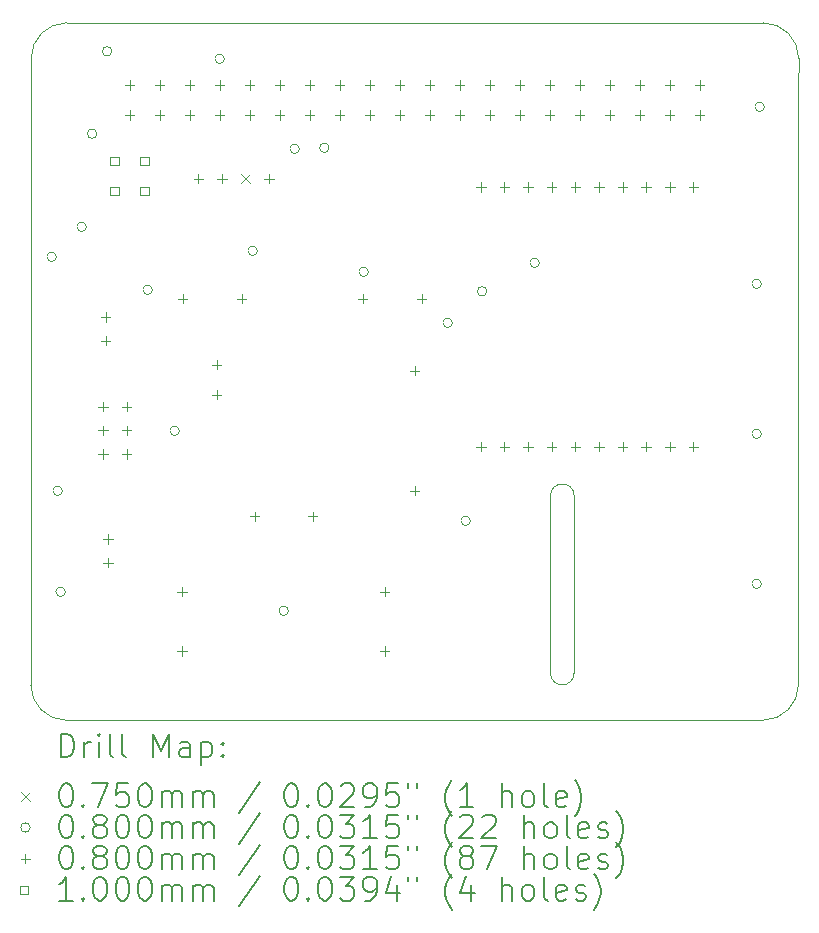
<source format=gbr>
%FSLAX45Y45*%
G04 Gerber Fmt 4.5, Leading zero omitted, Abs format (unit mm)*
G04 Created by KiCad (PCBNEW (6.0.0)) date 2022-05-07 20:37:06*
%MOMM*%
%LPD*%
G01*
G04 APERTURE LIST*
%TA.AperFunction,Profile*%
%ADD10C,0.100000*%
%TD*%
%ADD11C,0.200000*%
%ADD12C,0.075000*%
%ADD13C,0.080000*%
%ADD14C,0.100000*%
G04 APERTURE END LIST*
D10*
X12522200Y-3805200D02*
G75*
G03*
X12222200Y-3505200I-300000J0D01*
G01*
X6324600Y-3505200D02*
G75*
G03*
X6024600Y-3805200I0J-300000D01*
G01*
X6021000Y-9110000D02*
G75*
G03*
X6321000Y-9410000I300000J0D01*
G01*
X12221000Y-9410000D02*
G75*
G03*
X12521000Y-9110000I0J300000D01*
G01*
X10621000Y-7510000D02*
X10621000Y-9010000D01*
X10421000Y-9010000D02*
G75*
G03*
X10621000Y-9010000I100000J0D01*
G01*
X6021000Y-5660000D02*
X6021000Y-7560000D01*
X12521000Y-4060000D02*
X12521000Y-9110000D01*
X12522200Y-3805200D02*
X12521000Y-4060000D01*
X6324600Y-3505200D02*
X12222200Y-3505200D01*
X6024600Y-3805200D02*
X6021000Y-5660000D01*
X10421000Y-7510000D02*
X10421000Y-9010000D01*
X10621000Y-7510000D02*
G75*
G03*
X10421000Y-7510000I-100000J0D01*
G01*
X6021000Y-7560000D02*
X6021000Y-9110000D01*
X6321000Y-9410000D02*
X12221000Y-9410000D01*
D11*
D12*
X7801600Y-4788500D02*
X7876600Y-4863500D01*
X7876600Y-4788500D02*
X7801600Y-4863500D01*
D13*
X6237600Y-5486400D02*
G75*
G03*
X6237600Y-5486400I-40000J0D01*
G01*
X6288400Y-7467600D02*
G75*
G03*
X6288400Y-7467600I-40000J0D01*
G01*
X6313800Y-8322500D02*
G75*
G03*
X6313800Y-8322500I-40000J0D01*
G01*
X6491600Y-5232400D02*
G75*
G03*
X6491600Y-5232400I-40000J0D01*
G01*
X6580500Y-4445000D02*
G75*
G03*
X6580500Y-4445000I-40000J0D01*
G01*
X6707500Y-3746500D02*
G75*
G03*
X6707500Y-3746500I-40000J0D01*
G01*
X7050400Y-5765800D02*
G75*
G03*
X7050400Y-5765800I-40000J0D01*
G01*
X7279000Y-6959600D02*
G75*
G03*
X7279000Y-6959600I-40000J0D01*
G01*
X7660000Y-3810000D02*
G75*
G03*
X7660000Y-3810000I-40000J0D01*
G01*
X7939400Y-5435600D02*
G75*
G03*
X7939400Y-5435600I-40000J0D01*
G01*
X8202500Y-8483600D02*
G75*
G03*
X8202500Y-8483600I-40000J0D01*
G01*
X8295000Y-4572000D02*
G75*
G03*
X8295000Y-4572000I-40000J0D01*
G01*
X8546057Y-4563171D02*
G75*
G03*
X8546057Y-4563171I-40000J0D01*
G01*
X8879200Y-5613400D02*
G75*
G03*
X8879200Y-5613400I-40000J0D01*
G01*
X9590400Y-6045200D02*
G75*
G03*
X9590400Y-6045200I-40000J0D01*
G01*
X9742800Y-7721600D02*
G75*
G03*
X9742800Y-7721600I-40000J0D01*
G01*
X9882500Y-5778500D02*
G75*
G03*
X9882500Y-5778500I-40000J0D01*
G01*
X10327000Y-5537200D02*
G75*
G03*
X10327000Y-5537200I-40000J0D01*
G01*
X12206600Y-5715000D02*
G75*
G03*
X12206600Y-5715000I-40000J0D01*
G01*
X12206600Y-6985000D02*
G75*
G03*
X12206600Y-6985000I-40000J0D01*
G01*
X12206600Y-8255000D02*
G75*
G03*
X12206600Y-8255000I-40000J0D01*
G01*
X12232000Y-4216400D02*
G75*
G03*
X12232000Y-4216400I-40000J0D01*
G01*
X6632600Y-6716400D02*
X6632600Y-6796400D01*
X6592600Y-6756400D02*
X6672600Y-6756400D01*
X6632600Y-6916400D02*
X6632600Y-6996400D01*
X6592600Y-6956400D02*
X6672600Y-6956400D01*
X6632600Y-7116400D02*
X6632600Y-7196400D01*
X6592600Y-7156400D02*
X6672600Y-7156400D01*
X6654800Y-5957600D02*
X6654800Y-6037600D01*
X6614800Y-5997600D02*
X6694800Y-5997600D01*
X6654800Y-6157600D02*
X6654800Y-6237600D01*
X6614800Y-6197600D02*
X6694800Y-6197600D01*
X6676000Y-7835600D02*
X6676000Y-7915600D01*
X6636000Y-7875600D02*
X6716000Y-7875600D01*
X6676000Y-8035600D02*
X6676000Y-8115600D01*
X6636000Y-8075600D02*
X6716000Y-8075600D01*
X6832600Y-6716400D02*
X6832600Y-6796400D01*
X6792600Y-6756400D02*
X6872600Y-6756400D01*
X6832600Y-6916400D02*
X6832600Y-6996400D01*
X6792600Y-6956400D02*
X6872600Y-6956400D01*
X6832600Y-7116400D02*
X6832600Y-7196400D01*
X6792600Y-7156400D02*
X6872600Y-7156400D01*
X6858000Y-3993000D02*
X6858000Y-4073000D01*
X6818000Y-4033000D02*
X6898000Y-4033000D01*
X6858000Y-4247000D02*
X6858000Y-4327000D01*
X6818000Y-4287000D02*
X6898000Y-4287000D01*
X7112000Y-3993000D02*
X7112000Y-4073000D01*
X7072000Y-4033000D02*
X7152000Y-4033000D01*
X7112000Y-4247000D02*
X7112000Y-4327000D01*
X7072000Y-4287000D02*
X7152000Y-4287000D01*
X7302500Y-8282500D02*
X7302500Y-8362500D01*
X7262500Y-8322500D02*
X7342500Y-8322500D01*
X7302500Y-8782500D02*
X7302500Y-8862500D01*
X7262500Y-8822500D02*
X7342500Y-8822500D01*
X7306500Y-5802000D02*
X7306500Y-5882000D01*
X7266500Y-5842000D02*
X7346500Y-5842000D01*
X7366000Y-3993000D02*
X7366000Y-4073000D01*
X7326000Y-4033000D02*
X7406000Y-4033000D01*
X7366000Y-4247000D02*
X7366000Y-4327000D01*
X7326000Y-4287000D02*
X7406000Y-4287000D01*
X7439100Y-4786000D02*
X7439100Y-4866000D01*
X7399100Y-4826000D02*
X7479100Y-4826000D01*
X7594600Y-6360800D02*
X7594600Y-6440800D01*
X7554600Y-6400800D02*
X7634600Y-6400800D01*
X7594600Y-6614800D02*
X7594600Y-6694800D01*
X7554600Y-6654800D02*
X7634600Y-6654800D01*
X7620000Y-3993000D02*
X7620000Y-4073000D01*
X7580000Y-4033000D02*
X7660000Y-4033000D01*
X7620000Y-4247000D02*
X7620000Y-4327000D01*
X7580000Y-4287000D02*
X7660000Y-4287000D01*
X7639100Y-4786000D02*
X7639100Y-4866000D01*
X7599100Y-4826000D02*
X7679100Y-4826000D01*
X7806500Y-5802000D02*
X7806500Y-5882000D01*
X7766500Y-5842000D02*
X7846500Y-5842000D01*
X7874000Y-3993000D02*
X7874000Y-4073000D01*
X7834000Y-4033000D02*
X7914000Y-4033000D01*
X7874000Y-4247000D02*
X7874000Y-4327000D01*
X7834000Y-4287000D02*
X7914000Y-4287000D01*
X7917500Y-7643500D02*
X7917500Y-7723500D01*
X7877500Y-7683500D02*
X7957500Y-7683500D01*
X8039100Y-4786000D02*
X8039100Y-4866000D01*
X7999100Y-4826000D02*
X8079100Y-4826000D01*
X8128000Y-3993000D02*
X8128000Y-4073000D01*
X8088000Y-4033000D02*
X8168000Y-4033000D01*
X8128000Y-4247000D02*
X8128000Y-4327000D01*
X8088000Y-4287000D02*
X8168000Y-4287000D01*
X8382000Y-3993000D02*
X8382000Y-4073000D01*
X8342000Y-4033000D02*
X8422000Y-4033000D01*
X8382000Y-4247000D02*
X8382000Y-4327000D01*
X8342000Y-4287000D02*
X8422000Y-4287000D01*
X8407500Y-7643500D02*
X8407500Y-7723500D01*
X8367500Y-7683500D02*
X8447500Y-7683500D01*
X8636000Y-3993000D02*
X8636000Y-4073000D01*
X8596000Y-4033000D02*
X8676000Y-4033000D01*
X8636000Y-4247000D02*
X8636000Y-4327000D01*
X8596000Y-4287000D02*
X8676000Y-4287000D01*
X8830500Y-5802000D02*
X8830500Y-5882000D01*
X8790500Y-5842000D02*
X8870500Y-5842000D01*
X8890000Y-3993000D02*
X8890000Y-4073000D01*
X8850000Y-4033000D02*
X8930000Y-4033000D01*
X8890000Y-4247000D02*
X8890000Y-4327000D01*
X8850000Y-4287000D02*
X8930000Y-4287000D01*
X9017000Y-8282500D02*
X9017000Y-8362500D01*
X8977000Y-8322500D02*
X9057000Y-8322500D01*
X9017000Y-8782500D02*
X9017000Y-8862500D01*
X8977000Y-8822500D02*
X9057000Y-8822500D01*
X9144000Y-3993000D02*
X9144000Y-4073000D01*
X9104000Y-4033000D02*
X9184000Y-4033000D01*
X9144000Y-4247000D02*
X9144000Y-4327000D01*
X9104000Y-4287000D02*
X9184000Y-4287000D01*
X9271000Y-6411600D02*
X9271000Y-6491600D01*
X9231000Y-6451600D02*
X9311000Y-6451600D01*
X9271000Y-7427600D02*
X9271000Y-7507600D01*
X9231000Y-7467600D02*
X9311000Y-7467600D01*
X9330500Y-5802000D02*
X9330500Y-5882000D01*
X9290500Y-5842000D02*
X9370500Y-5842000D01*
X9398000Y-3993000D02*
X9398000Y-4073000D01*
X9358000Y-4033000D02*
X9438000Y-4033000D01*
X9398000Y-4247000D02*
X9398000Y-4327000D01*
X9358000Y-4287000D02*
X9438000Y-4287000D01*
X9652000Y-3993000D02*
X9652000Y-4073000D01*
X9612000Y-4033000D02*
X9692000Y-4033000D01*
X9652000Y-4247000D02*
X9652000Y-4327000D01*
X9612000Y-4287000D02*
X9692000Y-4287000D01*
X9831500Y-4854400D02*
X9831500Y-4934400D01*
X9791500Y-4894400D02*
X9871500Y-4894400D01*
X9831500Y-7054400D02*
X9831500Y-7134400D01*
X9791500Y-7094400D02*
X9871500Y-7094400D01*
X9906000Y-3993000D02*
X9906000Y-4073000D01*
X9866000Y-4033000D02*
X9946000Y-4033000D01*
X9906000Y-4247000D02*
X9906000Y-4327000D01*
X9866000Y-4287000D02*
X9946000Y-4287000D01*
X10031500Y-4854400D02*
X10031500Y-4934400D01*
X9991500Y-4894400D02*
X10071500Y-4894400D01*
X10031500Y-7054400D02*
X10031500Y-7134400D01*
X9991500Y-7094400D02*
X10071500Y-7094400D01*
X10160000Y-3993000D02*
X10160000Y-4073000D01*
X10120000Y-4033000D02*
X10200000Y-4033000D01*
X10160000Y-4247000D02*
X10160000Y-4327000D01*
X10120000Y-4287000D02*
X10200000Y-4287000D01*
X10231500Y-4854400D02*
X10231500Y-4934400D01*
X10191500Y-4894400D02*
X10271500Y-4894400D01*
X10231500Y-7054400D02*
X10231500Y-7134400D01*
X10191500Y-7094400D02*
X10271500Y-7094400D01*
X10414000Y-3993000D02*
X10414000Y-4073000D01*
X10374000Y-4033000D02*
X10454000Y-4033000D01*
X10414000Y-4247000D02*
X10414000Y-4327000D01*
X10374000Y-4287000D02*
X10454000Y-4287000D01*
X10431500Y-4854400D02*
X10431500Y-4934400D01*
X10391500Y-4894400D02*
X10471500Y-4894400D01*
X10431500Y-7054400D02*
X10431500Y-7134400D01*
X10391500Y-7094400D02*
X10471500Y-7094400D01*
X10631500Y-4854400D02*
X10631500Y-4934400D01*
X10591500Y-4894400D02*
X10671500Y-4894400D01*
X10631500Y-7054400D02*
X10631500Y-7134400D01*
X10591500Y-7094400D02*
X10671500Y-7094400D01*
X10668000Y-3993000D02*
X10668000Y-4073000D01*
X10628000Y-4033000D02*
X10708000Y-4033000D01*
X10668000Y-4247000D02*
X10668000Y-4327000D01*
X10628000Y-4287000D02*
X10708000Y-4287000D01*
X10831500Y-4854400D02*
X10831500Y-4934400D01*
X10791500Y-4894400D02*
X10871500Y-4894400D01*
X10831500Y-7054400D02*
X10831500Y-7134400D01*
X10791500Y-7094400D02*
X10871500Y-7094400D01*
X10922000Y-3993000D02*
X10922000Y-4073000D01*
X10882000Y-4033000D02*
X10962000Y-4033000D01*
X10922000Y-4247000D02*
X10922000Y-4327000D01*
X10882000Y-4287000D02*
X10962000Y-4287000D01*
X11031500Y-4854400D02*
X11031500Y-4934400D01*
X10991500Y-4894400D02*
X11071500Y-4894400D01*
X11031500Y-7054400D02*
X11031500Y-7134400D01*
X10991500Y-7094400D02*
X11071500Y-7094400D01*
X11176000Y-3993000D02*
X11176000Y-4073000D01*
X11136000Y-4033000D02*
X11216000Y-4033000D01*
X11176000Y-4247000D02*
X11176000Y-4327000D01*
X11136000Y-4287000D02*
X11216000Y-4287000D01*
X11231500Y-4854400D02*
X11231500Y-4934400D01*
X11191500Y-4894400D02*
X11271500Y-4894400D01*
X11231500Y-7054400D02*
X11231500Y-7134400D01*
X11191500Y-7094400D02*
X11271500Y-7094400D01*
X11430000Y-3993000D02*
X11430000Y-4073000D01*
X11390000Y-4033000D02*
X11470000Y-4033000D01*
X11430000Y-4247000D02*
X11430000Y-4327000D01*
X11390000Y-4287000D02*
X11470000Y-4287000D01*
X11431500Y-4854400D02*
X11431500Y-4934400D01*
X11391500Y-4894400D02*
X11471500Y-4894400D01*
X11431500Y-7054400D02*
X11431500Y-7134400D01*
X11391500Y-7094400D02*
X11471500Y-7094400D01*
X11631500Y-4854400D02*
X11631500Y-4934400D01*
X11591500Y-4894400D02*
X11671500Y-4894400D01*
X11631500Y-7054400D02*
X11631500Y-7134400D01*
X11591500Y-7094400D02*
X11671500Y-7094400D01*
X11684000Y-3993000D02*
X11684000Y-4073000D01*
X11644000Y-4033000D02*
X11724000Y-4033000D01*
X11684000Y-4247000D02*
X11684000Y-4327000D01*
X11644000Y-4287000D02*
X11724000Y-4287000D01*
D14*
X6766356Y-4708956D02*
X6766356Y-4638244D01*
X6695644Y-4638244D01*
X6695644Y-4708956D01*
X6766356Y-4708956D01*
X6766356Y-4962956D02*
X6766356Y-4892244D01*
X6695644Y-4892244D01*
X6695644Y-4962956D01*
X6766356Y-4962956D01*
X7020356Y-4708956D02*
X7020356Y-4638244D01*
X6949644Y-4638244D01*
X6949644Y-4708956D01*
X7020356Y-4708956D01*
X7020356Y-4962956D02*
X7020356Y-4892244D01*
X6949644Y-4892244D01*
X6949644Y-4962956D01*
X7020356Y-4962956D01*
D11*
X6273619Y-9725476D02*
X6273619Y-9525476D01*
X6321238Y-9525476D01*
X6349809Y-9535000D01*
X6368857Y-9554048D01*
X6378381Y-9573095D01*
X6387905Y-9611190D01*
X6387905Y-9639762D01*
X6378381Y-9677857D01*
X6368857Y-9696905D01*
X6349809Y-9715952D01*
X6321238Y-9725476D01*
X6273619Y-9725476D01*
X6473619Y-9725476D02*
X6473619Y-9592143D01*
X6473619Y-9630238D02*
X6483143Y-9611190D01*
X6492667Y-9601667D01*
X6511714Y-9592143D01*
X6530762Y-9592143D01*
X6597428Y-9725476D02*
X6597428Y-9592143D01*
X6597428Y-9525476D02*
X6587905Y-9535000D01*
X6597428Y-9544524D01*
X6606952Y-9535000D01*
X6597428Y-9525476D01*
X6597428Y-9544524D01*
X6721238Y-9725476D02*
X6702190Y-9715952D01*
X6692667Y-9696905D01*
X6692667Y-9525476D01*
X6826000Y-9725476D02*
X6806952Y-9715952D01*
X6797428Y-9696905D01*
X6797428Y-9525476D01*
X7054571Y-9725476D02*
X7054571Y-9525476D01*
X7121238Y-9668333D01*
X7187905Y-9525476D01*
X7187905Y-9725476D01*
X7368857Y-9725476D02*
X7368857Y-9620714D01*
X7359333Y-9601667D01*
X7340286Y-9592143D01*
X7302190Y-9592143D01*
X7283143Y-9601667D01*
X7368857Y-9715952D02*
X7349809Y-9725476D01*
X7302190Y-9725476D01*
X7283143Y-9715952D01*
X7273619Y-9696905D01*
X7273619Y-9677857D01*
X7283143Y-9658810D01*
X7302190Y-9649286D01*
X7349809Y-9649286D01*
X7368857Y-9639762D01*
X7464095Y-9592143D02*
X7464095Y-9792143D01*
X7464095Y-9601667D02*
X7483143Y-9592143D01*
X7521238Y-9592143D01*
X7540286Y-9601667D01*
X7549809Y-9611190D01*
X7559333Y-9630238D01*
X7559333Y-9687381D01*
X7549809Y-9706429D01*
X7540286Y-9715952D01*
X7521238Y-9725476D01*
X7483143Y-9725476D01*
X7464095Y-9715952D01*
X7645048Y-9706429D02*
X7654571Y-9715952D01*
X7645048Y-9725476D01*
X7635524Y-9715952D01*
X7645048Y-9706429D01*
X7645048Y-9725476D01*
X7645048Y-9601667D02*
X7654571Y-9611190D01*
X7645048Y-9620714D01*
X7635524Y-9611190D01*
X7645048Y-9601667D01*
X7645048Y-9620714D01*
D12*
X5941000Y-10017500D02*
X6016000Y-10092500D01*
X6016000Y-10017500D02*
X5941000Y-10092500D01*
D11*
X6311714Y-9945476D02*
X6330762Y-9945476D01*
X6349809Y-9955000D01*
X6359333Y-9964524D01*
X6368857Y-9983571D01*
X6378381Y-10021667D01*
X6378381Y-10069286D01*
X6368857Y-10107381D01*
X6359333Y-10126429D01*
X6349809Y-10135952D01*
X6330762Y-10145476D01*
X6311714Y-10145476D01*
X6292667Y-10135952D01*
X6283143Y-10126429D01*
X6273619Y-10107381D01*
X6264095Y-10069286D01*
X6264095Y-10021667D01*
X6273619Y-9983571D01*
X6283143Y-9964524D01*
X6292667Y-9955000D01*
X6311714Y-9945476D01*
X6464095Y-10126429D02*
X6473619Y-10135952D01*
X6464095Y-10145476D01*
X6454571Y-10135952D01*
X6464095Y-10126429D01*
X6464095Y-10145476D01*
X6540286Y-9945476D02*
X6673619Y-9945476D01*
X6587905Y-10145476D01*
X6845048Y-9945476D02*
X6749809Y-9945476D01*
X6740286Y-10040714D01*
X6749809Y-10031190D01*
X6768857Y-10021667D01*
X6816476Y-10021667D01*
X6835524Y-10031190D01*
X6845048Y-10040714D01*
X6854571Y-10059762D01*
X6854571Y-10107381D01*
X6845048Y-10126429D01*
X6835524Y-10135952D01*
X6816476Y-10145476D01*
X6768857Y-10145476D01*
X6749809Y-10135952D01*
X6740286Y-10126429D01*
X6978381Y-9945476D02*
X6997428Y-9945476D01*
X7016476Y-9955000D01*
X7026000Y-9964524D01*
X7035524Y-9983571D01*
X7045048Y-10021667D01*
X7045048Y-10069286D01*
X7035524Y-10107381D01*
X7026000Y-10126429D01*
X7016476Y-10135952D01*
X6997428Y-10145476D01*
X6978381Y-10145476D01*
X6959333Y-10135952D01*
X6949809Y-10126429D01*
X6940286Y-10107381D01*
X6930762Y-10069286D01*
X6930762Y-10021667D01*
X6940286Y-9983571D01*
X6949809Y-9964524D01*
X6959333Y-9955000D01*
X6978381Y-9945476D01*
X7130762Y-10145476D02*
X7130762Y-10012143D01*
X7130762Y-10031190D02*
X7140286Y-10021667D01*
X7159333Y-10012143D01*
X7187905Y-10012143D01*
X7206952Y-10021667D01*
X7216476Y-10040714D01*
X7216476Y-10145476D01*
X7216476Y-10040714D02*
X7226000Y-10021667D01*
X7245048Y-10012143D01*
X7273619Y-10012143D01*
X7292667Y-10021667D01*
X7302190Y-10040714D01*
X7302190Y-10145476D01*
X7397428Y-10145476D02*
X7397428Y-10012143D01*
X7397428Y-10031190D02*
X7406952Y-10021667D01*
X7426000Y-10012143D01*
X7454571Y-10012143D01*
X7473619Y-10021667D01*
X7483143Y-10040714D01*
X7483143Y-10145476D01*
X7483143Y-10040714D02*
X7492667Y-10021667D01*
X7511714Y-10012143D01*
X7540286Y-10012143D01*
X7559333Y-10021667D01*
X7568857Y-10040714D01*
X7568857Y-10145476D01*
X7959333Y-9935952D02*
X7787905Y-10193095D01*
X8216476Y-9945476D02*
X8235524Y-9945476D01*
X8254571Y-9955000D01*
X8264095Y-9964524D01*
X8273619Y-9983571D01*
X8283143Y-10021667D01*
X8283143Y-10069286D01*
X8273619Y-10107381D01*
X8264095Y-10126429D01*
X8254571Y-10135952D01*
X8235524Y-10145476D01*
X8216476Y-10145476D01*
X8197428Y-10135952D01*
X8187905Y-10126429D01*
X8178381Y-10107381D01*
X8168857Y-10069286D01*
X8168857Y-10021667D01*
X8178381Y-9983571D01*
X8187905Y-9964524D01*
X8197428Y-9955000D01*
X8216476Y-9945476D01*
X8368857Y-10126429D02*
X8378381Y-10135952D01*
X8368857Y-10145476D01*
X8359333Y-10135952D01*
X8368857Y-10126429D01*
X8368857Y-10145476D01*
X8502190Y-9945476D02*
X8521238Y-9945476D01*
X8540286Y-9955000D01*
X8549810Y-9964524D01*
X8559333Y-9983571D01*
X8568857Y-10021667D01*
X8568857Y-10069286D01*
X8559333Y-10107381D01*
X8549810Y-10126429D01*
X8540286Y-10135952D01*
X8521238Y-10145476D01*
X8502190Y-10145476D01*
X8483143Y-10135952D01*
X8473619Y-10126429D01*
X8464095Y-10107381D01*
X8454571Y-10069286D01*
X8454571Y-10021667D01*
X8464095Y-9983571D01*
X8473619Y-9964524D01*
X8483143Y-9955000D01*
X8502190Y-9945476D01*
X8645048Y-9964524D02*
X8654571Y-9955000D01*
X8673619Y-9945476D01*
X8721238Y-9945476D01*
X8740286Y-9955000D01*
X8749810Y-9964524D01*
X8759333Y-9983571D01*
X8759333Y-10002619D01*
X8749810Y-10031190D01*
X8635524Y-10145476D01*
X8759333Y-10145476D01*
X8854571Y-10145476D02*
X8892667Y-10145476D01*
X8911714Y-10135952D01*
X8921238Y-10126429D01*
X8940286Y-10097857D01*
X8949810Y-10059762D01*
X8949810Y-9983571D01*
X8940286Y-9964524D01*
X8930762Y-9955000D01*
X8911714Y-9945476D01*
X8873619Y-9945476D01*
X8854571Y-9955000D01*
X8845048Y-9964524D01*
X8835524Y-9983571D01*
X8835524Y-10031190D01*
X8845048Y-10050238D01*
X8854571Y-10059762D01*
X8873619Y-10069286D01*
X8911714Y-10069286D01*
X8930762Y-10059762D01*
X8940286Y-10050238D01*
X8949810Y-10031190D01*
X9130762Y-9945476D02*
X9035524Y-9945476D01*
X9026000Y-10040714D01*
X9035524Y-10031190D01*
X9054571Y-10021667D01*
X9102190Y-10021667D01*
X9121238Y-10031190D01*
X9130762Y-10040714D01*
X9140286Y-10059762D01*
X9140286Y-10107381D01*
X9130762Y-10126429D01*
X9121238Y-10135952D01*
X9102190Y-10145476D01*
X9054571Y-10145476D01*
X9035524Y-10135952D01*
X9026000Y-10126429D01*
X9216476Y-9945476D02*
X9216476Y-9983571D01*
X9292667Y-9945476D02*
X9292667Y-9983571D01*
X9587905Y-10221667D02*
X9578381Y-10212143D01*
X9559333Y-10183571D01*
X9549810Y-10164524D01*
X9540286Y-10135952D01*
X9530762Y-10088333D01*
X9530762Y-10050238D01*
X9540286Y-10002619D01*
X9549810Y-9974048D01*
X9559333Y-9955000D01*
X9578381Y-9926429D01*
X9587905Y-9916905D01*
X9768857Y-10145476D02*
X9654571Y-10145476D01*
X9711714Y-10145476D02*
X9711714Y-9945476D01*
X9692667Y-9974048D01*
X9673619Y-9993095D01*
X9654571Y-10002619D01*
X10006952Y-10145476D02*
X10006952Y-9945476D01*
X10092667Y-10145476D02*
X10092667Y-10040714D01*
X10083143Y-10021667D01*
X10064095Y-10012143D01*
X10035524Y-10012143D01*
X10016476Y-10021667D01*
X10006952Y-10031190D01*
X10216476Y-10145476D02*
X10197429Y-10135952D01*
X10187905Y-10126429D01*
X10178381Y-10107381D01*
X10178381Y-10050238D01*
X10187905Y-10031190D01*
X10197429Y-10021667D01*
X10216476Y-10012143D01*
X10245048Y-10012143D01*
X10264095Y-10021667D01*
X10273619Y-10031190D01*
X10283143Y-10050238D01*
X10283143Y-10107381D01*
X10273619Y-10126429D01*
X10264095Y-10135952D01*
X10245048Y-10145476D01*
X10216476Y-10145476D01*
X10397429Y-10145476D02*
X10378381Y-10135952D01*
X10368857Y-10116905D01*
X10368857Y-9945476D01*
X10549810Y-10135952D02*
X10530762Y-10145476D01*
X10492667Y-10145476D01*
X10473619Y-10135952D01*
X10464095Y-10116905D01*
X10464095Y-10040714D01*
X10473619Y-10021667D01*
X10492667Y-10012143D01*
X10530762Y-10012143D01*
X10549810Y-10021667D01*
X10559333Y-10040714D01*
X10559333Y-10059762D01*
X10464095Y-10078810D01*
X10626000Y-10221667D02*
X10635524Y-10212143D01*
X10654571Y-10183571D01*
X10664095Y-10164524D01*
X10673619Y-10135952D01*
X10683143Y-10088333D01*
X10683143Y-10050238D01*
X10673619Y-10002619D01*
X10664095Y-9974048D01*
X10654571Y-9955000D01*
X10635524Y-9926429D01*
X10626000Y-9916905D01*
D13*
X6016000Y-10319000D02*
G75*
G03*
X6016000Y-10319000I-40000J0D01*
G01*
D11*
X6311714Y-10209476D02*
X6330762Y-10209476D01*
X6349809Y-10219000D01*
X6359333Y-10228524D01*
X6368857Y-10247571D01*
X6378381Y-10285667D01*
X6378381Y-10333286D01*
X6368857Y-10371381D01*
X6359333Y-10390429D01*
X6349809Y-10399952D01*
X6330762Y-10409476D01*
X6311714Y-10409476D01*
X6292667Y-10399952D01*
X6283143Y-10390429D01*
X6273619Y-10371381D01*
X6264095Y-10333286D01*
X6264095Y-10285667D01*
X6273619Y-10247571D01*
X6283143Y-10228524D01*
X6292667Y-10219000D01*
X6311714Y-10209476D01*
X6464095Y-10390429D02*
X6473619Y-10399952D01*
X6464095Y-10409476D01*
X6454571Y-10399952D01*
X6464095Y-10390429D01*
X6464095Y-10409476D01*
X6587905Y-10295190D02*
X6568857Y-10285667D01*
X6559333Y-10276143D01*
X6549809Y-10257095D01*
X6549809Y-10247571D01*
X6559333Y-10228524D01*
X6568857Y-10219000D01*
X6587905Y-10209476D01*
X6626000Y-10209476D01*
X6645048Y-10219000D01*
X6654571Y-10228524D01*
X6664095Y-10247571D01*
X6664095Y-10257095D01*
X6654571Y-10276143D01*
X6645048Y-10285667D01*
X6626000Y-10295190D01*
X6587905Y-10295190D01*
X6568857Y-10304714D01*
X6559333Y-10314238D01*
X6549809Y-10333286D01*
X6549809Y-10371381D01*
X6559333Y-10390429D01*
X6568857Y-10399952D01*
X6587905Y-10409476D01*
X6626000Y-10409476D01*
X6645048Y-10399952D01*
X6654571Y-10390429D01*
X6664095Y-10371381D01*
X6664095Y-10333286D01*
X6654571Y-10314238D01*
X6645048Y-10304714D01*
X6626000Y-10295190D01*
X6787905Y-10209476D02*
X6806952Y-10209476D01*
X6826000Y-10219000D01*
X6835524Y-10228524D01*
X6845048Y-10247571D01*
X6854571Y-10285667D01*
X6854571Y-10333286D01*
X6845048Y-10371381D01*
X6835524Y-10390429D01*
X6826000Y-10399952D01*
X6806952Y-10409476D01*
X6787905Y-10409476D01*
X6768857Y-10399952D01*
X6759333Y-10390429D01*
X6749809Y-10371381D01*
X6740286Y-10333286D01*
X6740286Y-10285667D01*
X6749809Y-10247571D01*
X6759333Y-10228524D01*
X6768857Y-10219000D01*
X6787905Y-10209476D01*
X6978381Y-10209476D02*
X6997428Y-10209476D01*
X7016476Y-10219000D01*
X7026000Y-10228524D01*
X7035524Y-10247571D01*
X7045048Y-10285667D01*
X7045048Y-10333286D01*
X7035524Y-10371381D01*
X7026000Y-10390429D01*
X7016476Y-10399952D01*
X6997428Y-10409476D01*
X6978381Y-10409476D01*
X6959333Y-10399952D01*
X6949809Y-10390429D01*
X6940286Y-10371381D01*
X6930762Y-10333286D01*
X6930762Y-10285667D01*
X6940286Y-10247571D01*
X6949809Y-10228524D01*
X6959333Y-10219000D01*
X6978381Y-10209476D01*
X7130762Y-10409476D02*
X7130762Y-10276143D01*
X7130762Y-10295190D02*
X7140286Y-10285667D01*
X7159333Y-10276143D01*
X7187905Y-10276143D01*
X7206952Y-10285667D01*
X7216476Y-10304714D01*
X7216476Y-10409476D01*
X7216476Y-10304714D02*
X7226000Y-10285667D01*
X7245048Y-10276143D01*
X7273619Y-10276143D01*
X7292667Y-10285667D01*
X7302190Y-10304714D01*
X7302190Y-10409476D01*
X7397428Y-10409476D02*
X7397428Y-10276143D01*
X7397428Y-10295190D02*
X7406952Y-10285667D01*
X7426000Y-10276143D01*
X7454571Y-10276143D01*
X7473619Y-10285667D01*
X7483143Y-10304714D01*
X7483143Y-10409476D01*
X7483143Y-10304714D02*
X7492667Y-10285667D01*
X7511714Y-10276143D01*
X7540286Y-10276143D01*
X7559333Y-10285667D01*
X7568857Y-10304714D01*
X7568857Y-10409476D01*
X7959333Y-10199952D02*
X7787905Y-10457095D01*
X8216476Y-10209476D02*
X8235524Y-10209476D01*
X8254571Y-10219000D01*
X8264095Y-10228524D01*
X8273619Y-10247571D01*
X8283143Y-10285667D01*
X8283143Y-10333286D01*
X8273619Y-10371381D01*
X8264095Y-10390429D01*
X8254571Y-10399952D01*
X8235524Y-10409476D01*
X8216476Y-10409476D01*
X8197428Y-10399952D01*
X8187905Y-10390429D01*
X8178381Y-10371381D01*
X8168857Y-10333286D01*
X8168857Y-10285667D01*
X8178381Y-10247571D01*
X8187905Y-10228524D01*
X8197428Y-10219000D01*
X8216476Y-10209476D01*
X8368857Y-10390429D02*
X8378381Y-10399952D01*
X8368857Y-10409476D01*
X8359333Y-10399952D01*
X8368857Y-10390429D01*
X8368857Y-10409476D01*
X8502190Y-10209476D02*
X8521238Y-10209476D01*
X8540286Y-10219000D01*
X8549810Y-10228524D01*
X8559333Y-10247571D01*
X8568857Y-10285667D01*
X8568857Y-10333286D01*
X8559333Y-10371381D01*
X8549810Y-10390429D01*
X8540286Y-10399952D01*
X8521238Y-10409476D01*
X8502190Y-10409476D01*
X8483143Y-10399952D01*
X8473619Y-10390429D01*
X8464095Y-10371381D01*
X8454571Y-10333286D01*
X8454571Y-10285667D01*
X8464095Y-10247571D01*
X8473619Y-10228524D01*
X8483143Y-10219000D01*
X8502190Y-10209476D01*
X8635524Y-10209476D02*
X8759333Y-10209476D01*
X8692667Y-10285667D01*
X8721238Y-10285667D01*
X8740286Y-10295190D01*
X8749810Y-10304714D01*
X8759333Y-10323762D01*
X8759333Y-10371381D01*
X8749810Y-10390429D01*
X8740286Y-10399952D01*
X8721238Y-10409476D01*
X8664095Y-10409476D01*
X8645048Y-10399952D01*
X8635524Y-10390429D01*
X8949810Y-10409476D02*
X8835524Y-10409476D01*
X8892667Y-10409476D02*
X8892667Y-10209476D01*
X8873619Y-10238048D01*
X8854571Y-10257095D01*
X8835524Y-10266619D01*
X9130762Y-10209476D02*
X9035524Y-10209476D01*
X9026000Y-10304714D01*
X9035524Y-10295190D01*
X9054571Y-10285667D01*
X9102190Y-10285667D01*
X9121238Y-10295190D01*
X9130762Y-10304714D01*
X9140286Y-10323762D01*
X9140286Y-10371381D01*
X9130762Y-10390429D01*
X9121238Y-10399952D01*
X9102190Y-10409476D01*
X9054571Y-10409476D01*
X9035524Y-10399952D01*
X9026000Y-10390429D01*
X9216476Y-10209476D02*
X9216476Y-10247571D01*
X9292667Y-10209476D02*
X9292667Y-10247571D01*
X9587905Y-10485667D02*
X9578381Y-10476143D01*
X9559333Y-10447571D01*
X9549810Y-10428524D01*
X9540286Y-10399952D01*
X9530762Y-10352333D01*
X9530762Y-10314238D01*
X9540286Y-10266619D01*
X9549810Y-10238048D01*
X9559333Y-10219000D01*
X9578381Y-10190429D01*
X9587905Y-10180905D01*
X9654571Y-10228524D02*
X9664095Y-10219000D01*
X9683143Y-10209476D01*
X9730762Y-10209476D01*
X9749810Y-10219000D01*
X9759333Y-10228524D01*
X9768857Y-10247571D01*
X9768857Y-10266619D01*
X9759333Y-10295190D01*
X9645048Y-10409476D01*
X9768857Y-10409476D01*
X9845048Y-10228524D02*
X9854571Y-10219000D01*
X9873619Y-10209476D01*
X9921238Y-10209476D01*
X9940286Y-10219000D01*
X9949810Y-10228524D01*
X9959333Y-10247571D01*
X9959333Y-10266619D01*
X9949810Y-10295190D01*
X9835524Y-10409476D01*
X9959333Y-10409476D01*
X10197429Y-10409476D02*
X10197429Y-10209476D01*
X10283143Y-10409476D02*
X10283143Y-10304714D01*
X10273619Y-10285667D01*
X10254571Y-10276143D01*
X10226000Y-10276143D01*
X10206952Y-10285667D01*
X10197429Y-10295190D01*
X10406952Y-10409476D02*
X10387905Y-10399952D01*
X10378381Y-10390429D01*
X10368857Y-10371381D01*
X10368857Y-10314238D01*
X10378381Y-10295190D01*
X10387905Y-10285667D01*
X10406952Y-10276143D01*
X10435524Y-10276143D01*
X10454571Y-10285667D01*
X10464095Y-10295190D01*
X10473619Y-10314238D01*
X10473619Y-10371381D01*
X10464095Y-10390429D01*
X10454571Y-10399952D01*
X10435524Y-10409476D01*
X10406952Y-10409476D01*
X10587905Y-10409476D02*
X10568857Y-10399952D01*
X10559333Y-10380905D01*
X10559333Y-10209476D01*
X10740286Y-10399952D02*
X10721238Y-10409476D01*
X10683143Y-10409476D01*
X10664095Y-10399952D01*
X10654571Y-10380905D01*
X10654571Y-10304714D01*
X10664095Y-10285667D01*
X10683143Y-10276143D01*
X10721238Y-10276143D01*
X10740286Y-10285667D01*
X10749810Y-10304714D01*
X10749810Y-10323762D01*
X10654571Y-10342810D01*
X10826000Y-10399952D02*
X10845048Y-10409476D01*
X10883143Y-10409476D01*
X10902190Y-10399952D01*
X10911714Y-10380905D01*
X10911714Y-10371381D01*
X10902190Y-10352333D01*
X10883143Y-10342810D01*
X10854571Y-10342810D01*
X10835524Y-10333286D01*
X10826000Y-10314238D01*
X10826000Y-10304714D01*
X10835524Y-10285667D01*
X10854571Y-10276143D01*
X10883143Y-10276143D01*
X10902190Y-10285667D01*
X10978381Y-10485667D02*
X10987905Y-10476143D01*
X11006952Y-10447571D01*
X11016476Y-10428524D01*
X11026000Y-10399952D01*
X11035524Y-10352333D01*
X11035524Y-10314238D01*
X11026000Y-10266619D01*
X11016476Y-10238048D01*
X11006952Y-10219000D01*
X10987905Y-10190429D01*
X10978381Y-10180905D01*
D13*
X5976000Y-10543000D02*
X5976000Y-10623000D01*
X5936000Y-10583000D02*
X6016000Y-10583000D01*
D11*
X6311714Y-10473476D02*
X6330762Y-10473476D01*
X6349809Y-10483000D01*
X6359333Y-10492524D01*
X6368857Y-10511571D01*
X6378381Y-10549667D01*
X6378381Y-10597286D01*
X6368857Y-10635381D01*
X6359333Y-10654429D01*
X6349809Y-10663952D01*
X6330762Y-10673476D01*
X6311714Y-10673476D01*
X6292667Y-10663952D01*
X6283143Y-10654429D01*
X6273619Y-10635381D01*
X6264095Y-10597286D01*
X6264095Y-10549667D01*
X6273619Y-10511571D01*
X6283143Y-10492524D01*
X6292667Y-10483000D01*
X6311714Y-10473476D01*
X6464095Y-10654429D02*
X6473619Y-10663952D01*
X6464095Y-10673476D01*
X6454571Y-10663952D01*
X6464095Y-10654429D01*
X6464095Y-10673476D01*
X6587905Y-10559190D02*
X6568857Y-10549667D01*
X6559333Y-10540143D01*
X6549809Y-10521095D01*
X6549809Y-10511571D01*
X6559333Y-10492524D01*
X6568857Y-10483000D01*
X6587905Y-10473476D01*
X6626000Y-10473476D01*
X6645048Y-10483000D01*
X6654571Y-10492524D01*
X6664095Y-10511571D01*
X6664095Y-10521095D01*
X6654571Y-10540143D01*
X6645048Y-10549667D01*
X6626000Y-10559190D01*
X6587905Y-10559190D01*
X6568857Y-10568714D01*
X6559333Y-10578238D01*
X6549809Y-10597286D01*
X6549809Y-10635381D01*
X6559333Y-10654429D01*
X6568857Y-10663952D01*
X6587905Y-10673476D01*
X6626000Y-10673476D01*
X6645048Y-10663952D01*
X6654571Y-10654429D01*
X6664095Y-10635381D01*
X6664095Y-10597286D01*
X6654571Y-10578238D01*
X6645048Y-10568714D01*
X6626000Y-10559190D01*
X6787905Y-10473476D02*
X6806952Y-10473476D01*
X6826000Y-10483000D01*
X6835524Y-10492524D01*
X6845048Y-10511571D01*
X6854571Y-10549667D01*
X6854571Y-10597286D01*
X6845048Y-10635381D01*
X6835524Y-10654429D01*
X6826000Y-10663952D01*
X6806952Y-10673476D01*
X6787905Y-10673476D01*
X6768857Y-10663952D01*
X6759333Y-10654429D01*
X6749809Y-10635381D01*
X6740286Y-10597286D01*
X6740286Y-10549667D01*
X6749809Y-10511571D01*
X6759333Y-10492524D01*
X6768857Y-10483000D01*
X6787905Y-10473476D01*
X6978381Y-10473476D02*
X6997428Y-10473476D01*
X7016476Y-10483000D01*
X7026000Y-10492524D01*
X7035524Y-10511571D01*
X7045048Y-10549667D01*
X7045048Y-10597286D01*
X7035524Y-10635381D01*
X7026000Y-10654429D01*
X7016476Y-10663952D01*
X6997428Y-10673476D01*
X6978381Y-10673476D01*
X6959333Y-10663952D01*
X6949809Y-10654429D01*
X6940286Y-10635381D01*
X6930762Y-10597286D01*
X6930762Y-10549667D01*
X6940286Y-10511571D01*
X6949809Y-10492524D01*
X6959333Y-10483000D01*
X6978381Y-10473476D01*
X7130762Y-10673476D02*
X7130762Y-10540143D01*
X7130762Y-10559190D02*
X7140286Y-10549667D01*
X7159333Y-10540143D01*
X7187905Y-10540143D01*
X7206952Y-10549667D01*
X7216476Y-10568714D01*
X7216476Y-10673476D01*
X7216476Y-10568714D02*
X7226000Y-10549667D01*
X7245048Y-10540143D01*
X7273619Y-10540143D01*
X7292667Y-10549667D01*
X7302190Y-10568714D01*
X7302190Y-10673476D01*
X7397428Y-10673476D02*
X7397428Y-10540143D01*
X7397428Y-10559190D02*
X7406952Y-10549667D01*
X7426000Y-10540143D01*
X7454571Y-10540143D01*
X7473619Y-10549667D01*
X7483143Y-10568714D01*
X7483143Y-10673476D01*
X7483143Y-10568714D02*
X7492667Y-10549667D01*
X7511714Y-10540143D01*
X7540286Y-10540143D01*
X7559333Y-10549667D01*
X7568857Y-10568714D01*
X7568857Y-10673476D01*
X7959333Y-10463952D02*
X7787905Y-10721095D01*
X8216476Y-10473476D02*
X8235524Y-10473476D01*
X8254571Y-10483000D01*
X8264095Y-10492524D01*
X8273619Y-10511571D01*
X8283143Y-10549667D01*
X8283143Y-10597286D01*
X8273619Y-10635381D01*
X8264095Y-10654429D01*
X8254571Y-10663952D01*
X8235524Y-10673476D01*
X8216476Y-10673476D01*
X8197428Y-10663952D01*
X8187905Y-10654429D01*
X8178381Y-10635381D01*
X8168857Y-10597286D01*
X8168857Y-10549667D01*
X8178381Y-10511571D01*
X8187905Y-10492524D01*
X8197428Y-10483000D01*
X8216476Y-10473476D01*
X8368857Y-10654429D02*
X8378381Y-10663952D01*
X8368857Y-10673476D01*
X8359333Y-10663952D01*
X8368857Y-10654429D01*
X8368857Y-10673476D01*
X8502190Y-10473476D02*
X8521238Y-10473476D01*
X8540286Y-10483000D01*
X8549810Y-10492524D01*
X8559333Y-10511571D01*
X8568857Y-10549667D01*
X8568857Y-10597286D01*
X8559333Y-10635381D01*
X8549810Y-10654429D01*
X8540286Y-10663952D01*
X8521238Y-10673476D01*
X8502190Y-10673476D01*
X8483143Y-10663952D01*
X8473619Y-10654429D01*
X8464095Y-10635381D01*
X8454571Y-10597286D01*
X8454571Y-10549667D01*
X8464095Y-10511571D01*
X8473619Y-10492524D01*
X8483143Y-10483000D01*
X8502190Y-10473476D01*
X8635524Y-10473476D02*
X8759333Y-10473476D01*
X8692667Y-10549667D01*
X8721238Y-10549667D01*
X8740286Y-10559190D01*
X8749810Y-10568714D01*
X8759333Y-10587762D01*
X8759333Y-10635381D01*
X8749810Y-10654429D01*
X8740286Y-10663952D01*
X8721238Y-10673476D01*
X8664095Y-10673476D01*
X8645048Y-10663952D01*
X8635524Y-10654429D01*
X8949810Y-10673476D02*
X8835524Y-10673476D01*
X8892667Y-10673476D02*
X8892667Y-10473476D01*
X8873619Y-10502048D01*
X8854571Y-10521095D01*
X8835524Y-10530619D01*
X9130762Y-10473476D02*
X9035524Y-10473476D01*
X9026000Y-10568714D01*
X9035524Y-10559190D01*
X9054571Y-10549667D01*
X9102190Y-10549667D01*
X9121238Y-10559190D01*
X9130762Y-10568714D01*
X9140286Y-10587762D01*
X9140286Y-10635381D01*
X9130762Y-10654429D01*
X9121238Y-10663952D01*
X9102190Y-10673476D01*
X9054571Y-10673476D01*
X9035524Y-10663952D01*
X9026000Y-10654429D01*
X9216476Y-10473476D02*
X9216476Y-10511571D01*
X9292667Y-10473476D02*
X9292667Y-10511571D01*
X9587905Y-10749667D02*
X9578381Y-10740143D01*
X9559333Y-10711571D01*
X9549810Y-10692524D01*
X9540286Y-10663952D01*
X9530762Y-10616333D01*
X9530762Y-10578238D01*
X9540286Y-10530619D01*
X9549810Y-10502048D01*
X9559333Y-10483000D01*
X9578381Y-10454429D01*
X9587905Y-10444905D01*
X9692667Y-10559190D02*
X9673619Y-10549667D01*
X9664095Y-10540143D01*
X9654571Y-10521095D01*
X9654571Y-10511571D01*
X9664095Y-10492524D01*
X9673619Y-10483000D01*
X9692667Y-10473476D01*
X9730762Y-10473476D01*
X9749810Y-10483000D01*
X9759333Y-10492524D01*
X9768857Y-10511571D01*
X9768857Y-10521095D01*
X9759333Y-10540143D01*
X9749810Y-10549667D01*
X9730762Y-10559190D01*
X9692667Y-10559190D01*
X9673619Y-10568714D01*
X9664095Y-10578238D01*
X9654571Y-10597286D01*
X9654571Y-10635381D01*
X9664095Y-10654429D01*
X9673619Y-10663952D01*
X9692667Y-10673476D01*
X9730762Y-10673476D01*
X9749810Y-10663952D01*
X9759333Y-10654429D01*
X9768857Y-10635381D01*
X9768857Y-10597286D01*
X9759333Y-10578238D01*
X9749810Y-10568714D01*
X9730762Y-10559190D01*
X9835524Y-10473476D02*
X9968857Y-10473476D01*
X9883143Y-10673476D01*
X10197429Y-10673476D02*
X10197429Y-10473476D01*
X10283143Y-10673476D02*
X10283143Y-10568714D01*
X10273619Y-10549667D01*
X10254571Y-10540143D01*
X10226000Y-10540143D01*
X10206952Y-10549667D01*
X10197429Y-10559190D01*
X10406952Y-10673476D02*
X10387905Y-10663952D01*
X10378381Y-10654429D01*
X10368857Y-10635381D01*
X10368857Y-10578238D01*
X10378381Y-10559190D01*
X10387905Y-10549667D01*
X10406952Y-10540143D01*
X10435524Y-10540143D01*
X10454571Y-10549667D01*
X10464095Y-10559190D01*
X10473619Y-10578238D01*
X10473619Y-10635381D01*
X10464095Y-10654429D01*
X10454571Y-10663952D01*
X10435524Y-10673476D01*
X10406952Y-10673476D01*
X10587905Y-10673476D02*
X10568857Y-10663952D01*
X10559333Y-10644905D01*
X10559333Y-10473476D01*
X10740286Y-10663952D02*
X10721238Y-10673476D01*
X10683143Y-10673476D01*
X10664095Y-10663952D01*
X10654571Y-10644905D01*
X10654571Y-10568714D01*
X10664095Y-10549667D01*
X10683143Y-10540143D01*
X10721238Y-10540143D01*
X10740286Y-10549667D01*
X10749810Y-10568714D01*
X10749810Y-10587762D01*
X10654571Y-10606810D01*
X10826000Y-10663952D02*
X10845048Y-10673476D01*
X10883143Y-10673476D01*
X10902190Y-10663952D01*
X10911714Y-10644905D01*
X10911714Y-10635381D01*
X10902190Y-10616333D01*
X10883143Y-10606810D01*
X10854571Y-10606810D01*
X10835524Y-10597286D01*
X10826000Y-10578238D01*
X10826000Y-10568714D01*
X10835524Y-10549667D01*
X10854571Y-10540143D01*
X10883143Y-10540143D01*
X10902190Y-10549667D01*
X10978381Y-10749667D02*
X10987905Y-10740143D01*
X11006952Y-10711571D01*
X11016476Y-10692524D01*
X11026000Y-10663952D01*
X11035524Y-10616333D01*
X11035524Y-10578238D01*
X11026000Y-10530619D01*
X11016476Y-10502048D01*
X11006952Y-10483000D01*
X10987905Y-10454429D01*
X10978381Y-10444905D01*
D14*
X6001356Y-10882356D02*
X6001356Y-10811644D01*
X5930644Y-10811644D01*
X5930644Y-10882356D01*
X6001356Y-10882356D01*
D11*
X6378381Y-10937476D02*
X6264095Y-10937476D01*
X6321238Y-10937476D02*
X6321238Y-10737476D01*
X6302190Y-10766048D01*
X6283143Y-10785095D01*
X6264095Y-10794619D01*
X6464095Y-10918429D02*
X6473619Y-10927952D01*
X6464095Y-10937476D01*
X6454571Y-10927952D01*
X6464095Y-10918429D01*
X6464095Y-10937476D01*
X6597428Y-10737476D02*
X6616476Y-10737476D01*
X6635524Y-10747000D01*
X6645048Y-10756524D01*
X6654571Y-10775571D01*
X6664095Y-10813667D01*
X6664095Y-10861286D01*
X6654571Y-10899381D01*
X6645048Y-10918429D01*
X6635524Y-10927952D01*
X6616476Y-10937476D01*
X6597428Y-10937476D01*
X6578381Y-10927952D01*
X6568857Y-10918429D01*
X6559333Y-10899381D01*
X6549809Y-10861286D01*
X6549809Y-10813667D01*
X6559333Y-10775571D01*
X6568857Y-10756524D01*
X6578381Y-10747000D01*
X6597428Y-10737476D01*
X6787905Y-10737476D02*
X6806952Y-10737476D01*
X6826000Y-10747000D01*
X6835524Y-10756524D01*
X6845048Y-10775571D01*
X6854571Y-10813667D01*
X6854571Y-10861286D01*
X6845048Y-10899381D01*
X6835524Y-10918429D01*
X6826000Y-10927952D01*
X6806952Y-10937476D01*
X6787905Y-10937476D01*
X6768857Y-10927952D01*
X6759333Y-10918429D01*
X6749809Y-10899381D01*
X6740286Y-10861286D01*
X6740286Y-10813667D01*
X6749809Y-10775571D01*
X6759333Y-10756524D01*
X6768857Y-10747000D01*
X6787905Y-10737476D01*
X6978381Y-10737476D02*
X6997428Y-10737476D01*
X7016476Y-10747000D01*
X7026000Y-10756524D01*
X7035524Y-10775571D01*
X7045048Y-10813667D01*
X7045048Y-10861286D01*
X7035524Y-10899381D01*
X7026000Y-10918429D01*
X7016476Y-10927952D01*
X6997428Y-10937476D01*
X6978381Y-10937476D01*
X6959333Y-10927952D01*
X6949809Y-10918429D01*
X6940286Y-10899381D01*
X6930762Y-10861286D01*
X6930762Y-10813667D01*
X6940286Y-10775571D01*
X6949809Y-10756524D01*
X6959333Y-10747000D01*
X6978381Y-10737476D01*
X7130762Y-10937476D02*
X7130762Y-10804143D01*
X7130762Y-10823190D02*
X7140286Y-10813667D01*
X7159333Y-10804143D01*
X7187905Y-10804143D01*
X7206952Y-10813667D01*
X7216476Y-10832714D01*
X7216476Y-10937476D01*
X7216476Y-10832714D02*
X7226000Y-10813667D01*
X7245048Y-10804143D01*
X7273619Y-10804143D01*
X7292667Y-10813667D01*
X7302190Y-10832714D01*
X7302190Y-10937476D01*
X7397428Y-10937476D02*
X7397428Y-10804143D01*
X7397428Y-10823190D02*
X7406952Y-10813667D01*
X7426000Y-10804143D01*
X7454571Y-10804143D01*
X7473619Y-10813667D01*
X7483143Y-10832714D01*
X7483143Y-10937476D01*
X7483143Y-10832714D02*
X7492667Y-10813667D01*
X7511714Y-10804143D01*
X7540286Y-10804143D01*
X7559333Y-10813667D01*
X7568857Y-10832714D01*
X7568857Y-10937476D01*
X7959333Y-10727952D02*
X7787905Y-10985095D01*
X8216476Y-10737476D02*
X8235524Y-10737476D01*
X8254571Y-10747000D01*
X8264095Y-10756524D01*
X8273619Y-10775571D01*
X8283143Y-10813667D01*
X8283143Y-10861286D01*
X8273619Y-10899381D01*
X8264095Y-10918429D01*
X8254571Y-10927952D01*
X8235524Y-10937476D01*
X8216476Y-10937476D01*
X8197428Y-10927952D01*
X8187905Y-10918429D01*
X8178381Y-10899381D01*
X8168857Y-10861286D01*
X8168857Y-10813667D01*
X8178381Y-10775571D01*
X8187905Y-10756524D01*
X8197428Y-10747000D01*
X8216476Y-10737476D01*
X8368857Y-10918429D02*
X8378381Y-10927952D01*
X8368857Y-10937476D01*
X8359333Y-10927952D01*
X8368857Y-10918429D01*
X8368857Y-10937476D01*
X8502190Y-10737476D02*
X8521238Y-10737476D01*
X8540286Y-10747000D01*
X8549810Y-10756524D01*
X8559333Y-10775571D01*
X8568857Y-10813667D01*
X8568857Y-10861286D01*
X8559333Y-10899381D01*
X8549810Y-10918429D01*
X8540286Y-10927952D01*
X8521238Y-10937476D01*
X8502190Y-10937476D01*
X8483143Y-10927952D01*
X8473619Y-10918429D01*
X8464095Y-10899381D01*
X8454571Y-10861286D01*
X8454571Y-10813667D01*
X8464095Y-10775571D01*
X8473619Y-10756524D01*
X8483143Y-10747000D01*
X8502190Y-10737476D01*
X8635524Y-10737476D02*
X8759333Y-10737476D01*
X8692667Y-10813667D01*
X8721238Y-10813667D01*
X8740286Y-10823190D01*
X8749810Y-10832714D01*
X8759333Y-10851762D01*
X8759333Y-10899381D01*
X8749810Y-10918429D01*
X8740286Y-10927952D01*
X8721238Y-10937476D01*
X8664095Y-10937476D01*
X8645048Y-10927952D01*
X8635524Y-10918429D01*
X8854571Y-10937476D02*
X8892667Y-10937476D01*
X8911714Y-10927952D01*
X8921238Y-10918429D01*
X8940286Y-10889857D01*
X8949810Y-10851762D01*
X8949810Y-10775571D01*
X8940286Y-10756524D01*
X8930762Y-10747000D01*
X8911714Y-10737476D01*
X8873619Y-10737476D01*
X8854571Y-10747000D01*
X8845048Y-10756524D01*
X8835524Y-10775571D01*
X8835524Y-10823190D01*
X8845048Y-10842238D01*
X8854571Y-10851762D01*
X8873619Y-10861286D01*
X8911714Y-10861286D01*
X8930762Y-10851762D01*
X8940286Y-10842238D01*
X8949810Y-10823190D01*
X9121238Y-10804143D02*
X9121238Y-10937476D01*
X9073619Y-10727952D02*
X9026000Y-10870810D01*
X9149810Y-10870810D01*
X9216476Y-10737476D02*
X9216476Y-10775571D01*
X9292667Y-10737476D02*
X9292667Y-10775571D01*
X9587905Y-11013667D02*
X9578381Y-11004143D01*
X9559333Y-10975571D01*
X9549810Y-10956524D01*
X9540286Y-10927952D01*
X9530762Y-10880333D01*
X9530762Y-10842238D01*
X9540286Y-10794619D01*
X9549810Y-10766048D01*
X9559333Y-10747000D01*
X9578381Y-10718429D01*
X9587905Y-10708905D01*
X9749810Y-10804143D02*
X9749810Y-10937476D01*
X9702190Y-10727952D02*
X9654571Y-10870810D01*
X9778381Y-10870810D01*
X10006952Y-10937476D02*
X10006952Y-10737476D01*
X10092667Y-10937476D02*
X10092667Y-10832714D01*
X10083143Y-10813667D01*
X10064095Y-10804143D01*
X10035524Y-10804143D01*
X10016476Y-10813667D01*
X10006952Y-10823190D01*
X10216476Y-10937476D02*
X10197429Y-10927952D01*
X10187905Y-10918429D01*
X10178381Y-10899381D01*
X10178381Y-10842238D01*
X10187905Y-10823190D01*
X10197429Y-10813667D01*
X10216476Y-10804143D01*
X10245048Y-10804143D01*
X10264095Y-10813667D01*
X10273619Y-10823190D01*
X10283143Y-10842238D01*
X10283143Y-10899381D01*
X10273619Y-10918429D01*
X10264095Y-10927952D01*
X10245048Y-10937476D01*
X10216476Y-10937476D01*
X10397429Y-10937476D02*
X10378381Y-10927952D01*
X10368857Y-10908905D01*
X10368857Y-10737476D01*
X10549810Y-10927952D02*
X10530762Y-10937476D01*
X10492667Y-10937476D01*
X10473619Y-10927952D01*
X10464095Y-10908905D01*
X10464095Y-10832714D01*
X10473619Y-10813667D01*
X10492667Y-10804143D01*
X10530762Y-10804143D01*
X10549810Y-10813667D01*
X10559333Y-10832714D01*
X10559333Y-10851762D01*
X10464095Y-10870810D01*
X10635524Y-10927952D02*
X10654571Y-10937476D01*
X10692667Y-10937476D01*
X10711714Y-10927952D01*
X10721238Y-10908905D01*
X10721238Y-10899381D01*
X10711714Y-10880333D01*
X10692667Y-10870810D01*
X10664095Y-10870810D01*
X10645048Y-10861286D01*
X10635524Y-10842238D01*
X10635524Y-10832714D01*
X10645048Y-10813667D01*
X10664095Y-10804143D01*
X10692667Y-10804143D01*
X10711714Y-10813667D01*
X10787905Y-11013667D02*
X10797429Y-11004143D01*
X10816476Y-10975571D01*
X10826000Y-10956524D01*
X10835524Y-10927952D01*
X10845048Y-10880333D01*
X10845048Y-10842238D01*
X10835524Y-10794619D01*
X10826000Y-10766048D01*
X10816476Y-10747000D01*
X10797429Y-10718429D01*
X10787905Y-10708905D01*
M02*

</source>
